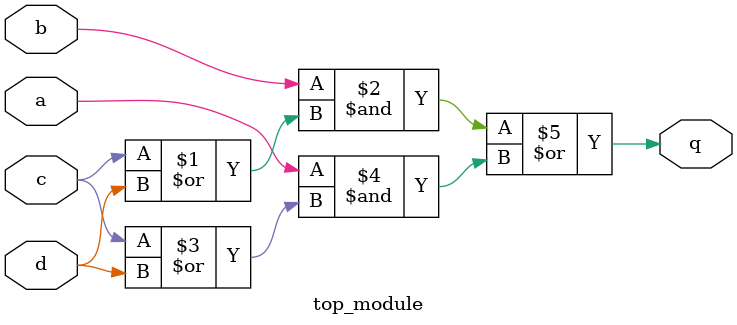
<source format=sv>
module top_module (
    input  a,
    input  b,
    input  c,
    input  d,
    output q
);  //

  assign q = (b & (c | d)) | (a & (c | d));  // Fix me

endmodule

</source>
